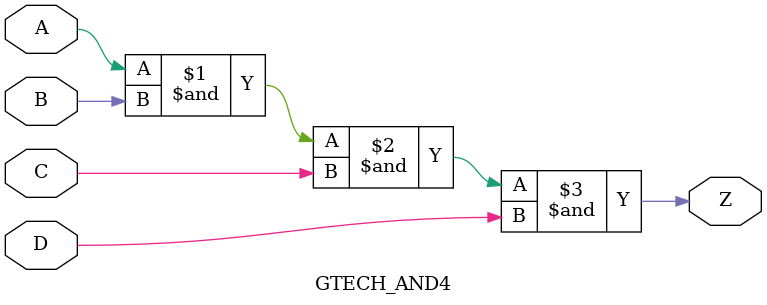
<source format=v>



module GTECH_AND4 (A, B, C, D, Z);  
	input A, B, C, D;
	output Z;

	assign Z = A & B & C & D;
endmodule




</source>
